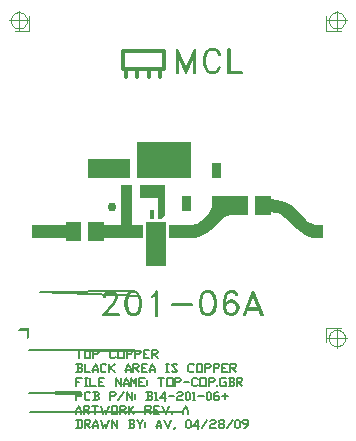
<source format=gbr>
G04 AutoGERB for AutoCAD 14/2000*
G04 RS274-X Output *
%FSLAX34Y34*%
%MOIN*%
%ADD12C,0.005000*%
%ADD13C,0.007000*%
%ADD14C,0.004500*%
%ADD15C,0.098000*%
%ADD16C,0.030000*%
%ADD17C,0.015000*%
%ADD18C,0.040000*%
%ADD19C,0.011904*%
G36*X-312Y0D02*X-396Y-90D01*X-90Y-90*X-90Y-396*X0Y-312*X0Y0*X-312Y0*G37*G54D14*X10248Y-75D02*X10206Y-78D01*X10166Y-87*X10126Y-104*X10090Y-126*X10058Y-153*X10031Y-185*X10008Y-221*X9992Y-260*X9982Y-302*X9978Y-343*G54D14*X9978Y-345D02*X9982Y-387D01*X9992Y-428*X10008Y-467*X10030Y-503*X10057Y-535*X10089Y-563*X10125Y-585*X10164Y-601*X10205Y-611*X10247Y-615*G54D14*X9900Y0D02*X10383Y0D01*G54D14*X10248Y-345D02*X9923Y-345D01*G54D14*X9900Y0D02*X9900Y-483D01*G54D14*X10248Y-615D02*X10291Y-611D01*X10331Y-601*X10371Y-585*X10407Y-563*X10439Y-536*X10466Y-504*X10489Y-468*X10505Y-429*X10515Y-388*X10518Y-346*G54D14*X10248Y-345D02*X10248Y-671D01*G54D14*X10518Y-345D02*X10515Y-302D01*X10505Y-261*X10490Y-222*X10467Y-186*X10440Y-154*X10408Y-127*X10372Y-104*X10333Y-88*X10292Y-78*X10250Y-75*G54D14*X10248Y-345D02*X10574Y-345D01*G54D14*X10248Y-345D02*X10248Y-19D01*G54D14*X-348Y10515D02*X-391Y10511D01*X-431Y10501*X-471Y10485*X-507Y10463*X-539Y10436*X-566Y10404*X-589Y10368*X-605Y10329*X-615Y10288*X-618Y10246*G54D14*X-618Y10245D02*X-615Y10202D01*X-605Y10161*X-590Y10122*X-567Y10086*X-540Y10054*X-508Y10027*X-472Y10004*X-433Y9988*X-392Y9978*X-350Y9975*G54D14*X-348Y10245D02*X-674Y10245D01*G54D14*X-348Y9975D02*X-306Y9978D01*X-266Y9987*X-226Y10004*X-190Y10026*X-158Y10053*X-131Y10085*X-108Y10121*X-92Y10160*X-82Y10202*X-78Y10243*G54D14*X-348Y10245D02*X-348Y9919D01*G54D14*X0Y9900D02*X0Y10383D01*G54D14*X0Y9900D02*X-483Y9900D01*G54D14*X-78Y10245D02*X-82Y10287D01*X-92Y10328*X-108Y10367*X-130Y10403*X-157Y10435*X-189Y10463*X-225Y10485*X-264Y10501*X-305Y10511*X-347Y10515*G54D14*X-348Y10245D02*X-23Y10245D01*G54D14*X-348Y10245D02*X-348Y10571D01*G54D14*X10518Y10245D02*X10515Y10287D01*X10505Y10328*X10490Y10367*X10467Y10403*X10440Y10435*X10408Y10463*X10372Y10485*X10333Y10501*X10292Y10511*X10250Y10515*G54D14*X10248Y9975D02*X10291Y9978D01*X10331Y9987*X10371Y10004*X10407Y10026*X10439Y10053*X10466Y10085*X10489Y10121*X10505Y10160*X10515Y10202*X10518Y10243*G54D14*X10248Y10245D02*X10574Y10245D01*G54D14*X9978Y10245D02*X9982Y
10202D01*X9992Y10161*X10008Y10122*X10030Y10086*X10057Y10054*X10089Y10027*X10125Y10004*X10164Y9988*X10205Y9978*X10247Y9975*G54D14*X10248Y10245D02*X10248Y9919D01*G54D14*X9900Y9900D02*X9900Y10383D01*G54D14*X9900Y9900D02*X10383Y9900D01*G54D14*X10248Y10515D02*X10206Y10511D01*X10166Y10501*X10126Y10485*X10090Y10463*X10058Y10436*X10031Y10404*X10008Y10368*X9992Y10329*X9982Y10288*X9978Y10246*G54D14*X10248Y10245D02*X9923Y10245D01*G54D14*X10248Y10245D02*X10248Y10571D01*G36*X8529Y3671D02*X8913Y3288D01*X9038Y3181*X9178Y3095*X9330Y3032*X9489Y2993*X9656Y2980*X9800Y2980*X9800Y3420*X9656Y3420*X9560Y3427*X9468Y3450*X9379Y3486*X9298Y3536*X9224Y3599*X8840Y3982*X8715Y4089*X8575Y4175*X8424Y4238*X8264Y4277*X8098Y4290*X8038Y4290*X8038Y4385*X7528Y4385*X7528Y3755*X8038Y3755*X8038Y3850*X8098Y3850*X8193Y3843*X8286Y3820*X8374Y3784*X8456Y3734*X8529Y3671*G37*G54D13*X1569Y-2874D02*X1569Y-2781D01*X1646Y-2594*X1723Y-2781*X1723Y-2874*G54D13*X1537Y-2797D02*X1723Y-2797D01*G54D13*X1816Y-2874D02*X1816Y-2594D01*X1956Y-2594*X2003Y-2641*X2003Y-2688*X1956Y-2735*X1816Y-2735*G54D13*X1863Y-2735D02*X2003Y-2874D01*G54D13*X2096Y-2594D02*X2283Y-2595D01*G54D13*X2190Y-2594D02*X2190Y-2874D01*G54D13*X2376Y-2594D02*X2470Y-2874D01*X2516Y-2735*X2563Y-2874*X2656Y-2594*G54D13*X2750Y-2874D02*X2750Y-2594D01*X2936Y-2594*X2936Y-2874*X2750Y-2874*G54D13*X3030Y-2874D02*X3030Y-2594D01*X3170Y-2594*X3216Y-2641*X3216Y-2688*X3170Y-2735*X3030Y-2735*G54D13*X3076Y-2735D02*X3216Y-2874D01*G54D13*X3310Y-2874D02*X3310Y-2594D01*G54D13*X3496Y-2594D02*X3356Y-2735D01*X3310Y-2735*G54D13*X3356Y-2735D02*X3496Y-2874D01*G54D13*X3870Y-2874D02*X3870Y-2594D01*X4010Y-2594*X4056Y-2641*X4056Y-2688*X4010Y-2735*X3870Y-2735*G54D13*X3916Y-2735D02*X4056Y-2874D01*G54D13*X4150Y-2874D02*X4150Y-2594D01*X4336Y-2594*G54D13*X4150Y-2734D02*X4243Y-2734D01*G54D13*X4150Y-2874D02*X4336Y-2874D01*G54D13*X4430Y-2594D02*X4546Y-2874D01*X4662Y-2594*G54D13*X4755Y-2874D02*X4755Y-2828D01*G54D13*X5128Y-2874D02*X5128Y-2781D01*X5206Y-2595*X5283Y-2781*X5283Y-2874*G54D13*X5096Y-2797D02*X5
283Y-2797D01*G54D13*X1569Y-3341D02*X1709Y-3341D01*X1755Y-3295*X1755Y-3108*X1709Y-3061*X1569Y-3061*G54D13*X1615Y-3061D02*X1615Y-3341D01*G54D13*X1849Y-3341D02*X1849Y-3061D01*X1989Y-3061*X2035Y-3108*X2035Y-3155*X1989Y-3202*X1849Y-3202*G54D13*X1895Y-3202D02*X2035Y-3341D01*G54D13*X2129Y-3341D02*X2129Y-3248D01*X2206Y-3061*X2283Y-3248*X2283Y-3341*G54D13*X2096Y-3264D02*X2283Y-3264D01*G54D13*X2376Y-3061D02*X2470Y-3341D01*X2516Y-3202*X2563Y-3341*X2656Y-3061*G54D13*X2750Y-3341D02*X2750Y-3061D01*X2936Y-3341*X2936Y-3061*G54D13*X3310Y-3341D02*X3450Y-3341D01*X3496Y-3295*X3496Y-3248*X3450Y-3201*X3356Y-3201*G54D13*X3450Y-3201D02*X3496Y-3155D01*X3496Y-3108*X3450Y-3061*X3310Y-3061*G54D13*X3356Y-3061D02*X3356Y-3341D01*G54D13*X3590Y-3061D02*X3683Y-3201D01*X3683Y-3341*G54D13*X3683Y-3201D02*X3776Y-3061D01*G54D13*X3870Y-3155D02*X3870Y-3202D01*G54D13*X3870Y-3248D02*X3870Y-3295D01*G54D13*X4243Y-3341D02*X4243Y-3248D01*X4320Y-3061*X4398Y-3248*X4398Y-3341*G54D13*X4211Y-3264D02*X4398Y-3264D01*G54D13*X4491Y-3061D02*X4607Y-3341D01*X4723Y-3061*G54D13*X4863Y-3295D02*X4863Y-3341D01*X4816Y-3387*G54D13*X5283Y-3341D02*X5236Y-3295D01*X5236Y-3108*X5283Y-3061*X5330Y-3061*X5376Y-3108*X5376Y-3295*X5330Y-3341*X5283Y-3341*G54D13*X5656Y-3264D02*X5470Y-3264D01*X5610Y-3078*X5610Y-3357*G54D13*X5750Y-3341D02*X5936Y-3061D01*G54D13*X6030Y-3108D02*X6076Y-3061D01*X6170Y-3061*X6216Y-3108*X6216Y-3155*X6170Y-3202*X6076Y-3202*X6030Y-3248*X6030Y-3341*X6216Y-3341*G54D13*X6356Y-3341D02*X6310Y-3295D01*X6310Y-3248*X6356Y-3201*X6450Y-3201*X6496Y-3155*X6496Y-3108*X6450Y-3061*X6356Y-3061*X6310Y-3108*X6310Y-3155*X6356Y-3201*G54D13*X6450Y-3201D02*X6496Y-3248D01*X6496Y-3295*X6450Y-3341*X6356Y-3341*G54D13*X6590Y-3341D02*X6776Y-3061D01*G54D13*X6916Y-3341D02*X6870Y-3295D01*X6870Y-3108*X6916Y-3061*X6963Y-3061*X7010Y-3108*X7010Y-3295*X6963Y-3341*X6916Y-3341*G54D13*X7150Y-3341D02*X7196Y-3341D01*X7290Y-3248*X7290Y-3108*X7243Y-3061*X7150Y-3061*X7103Y-3108*X7103Y-3155*X7150Y-3201*X7290Y-3201*G54D13*X1569Y-2408D02*X1569Y-2128D01*X1709Y-2129*X1
755Y-2175*X1755Y-2222*X1709Y-2269*X1569Y-2269*G54D13*X2035Y-2362D02*X1989Y-2408D01*X1895Y-2408*X1849Y-2362*X1849Y-2175*X1895Y-2128*X1989Y-2128*X2035Y-2175*G54D13*X2129Y-2408D02*X2269Y-2408D01*X2315Y-2362*X2315Y-2315*X2269Y-2268*X2175Y-2268*G54D13*X2269Y-2268D02*X2315Y-2222D01*X2315Y-2175*X2269Y-2128*X2129Y-2128*G54D13*X2175Y-2128D02*X2175Y-2408D01*G54D13*X2689Y-2408D02*X2689Y-2128D01*X2829Y-2128*X2875Y-2175*X2875Y-2222*X2829Y-2269*X2689Y-2269*G54D13*X2969Y-2408D02*X3155Y-2128D01*G54D13*X3249Y-2408D02*X3249Y-2128D01*X3435Y-2408*X3435Y-2128*G54D13*X3529Y-2222D02*X3529Y-2269D01*G54D13*X3529Y-2315D02*X3529Y-2362D01*G54D13*X3902Y-2408D02*X4042Y-2408D01*X4089Y-2362*X4089Y-2315*X4042Y-2268*X3949Y-2268*G54D13*X4042Y-2268D02*X4089Y-2222D01*X4089Y-2175*X4042Y-2128*X3902Y-2128*G54D13*X3948Y-2128D02*X3949Y-2408D01*G54D13*X4182Y-2175D02*X4229Y-2128D01*X4229Y-2408*G54D13*X4182Y-2408D02*X4275Y-2408D01*G54D13*X4555Y-2331D02*X4369Y-2331D01*X4509Y-2145*X4509Y-2424*G54D13*X4649Y-2268D02*X4835Y-2268D01*G54D13*X4929Y-2175D02*X4975Y-2128D01*X5069Y-2128*X5115Y-2175*X5115Y-2222*X5069Y-2269*X4975Y-2269*X4929Y-2315*X4929Y-2408*X5115Y-2408*G54D13*X5255Y-2408D02*X5209Y-2362D01*X5209Y-2175*X5255Y-2128*X5302Y-2128*X5349Y-2175*X5349Y-2362*X5302Y-2408*X5255Y-2408*G54D13*X5442Y-2175D02*X5489Y-2128D01*X5489Y-2408*G54D13*X5442Y-2408D02*X5535Y-2408D01*G54D13*X5629Y-2268D02*X5815Y-2268D01*G54D13*X5955Y-2408D02*X5909Y-2362D01*X5909Y-2175*X5955Y-2128*X6002Y-2128*X6049Y-2175*X6049Y-2362*X6002Y-2408*X5955Y-2408*G54D13*X6142Y-2268D02*X6282Y-2268D01*X6329Y-2315*X6328Y-2362*X6282Y-2408*X6189Y-2408*X6142Y-2362*X6142Y-2222*X6235Y-2128*X6282Y-2128*G54D13*X6515Y-2370D02*X6515Y-2183D01*G54D13*X6609Y-2277D02*X6422Y-2277D01*G54D13*X1569Y-1941D02*X1569Y-1661D01*X1755Y-1661*G54D13*X1569Y-1801D02*X1662Y-1801D01*G54D13*X1849Y-1661D02*X1942Y-1662D01*G54D13*X1895Y-1661D02*X1895Y-1941D01*G54D13*X1849Y-1941D02*X1942Y-1941D01*G54D13*X2035Y-1661D02*X2035Y-1941D01*X2222Y-1941*G54D13*X2315Y-1941D02*X2315Y-1661D01*X2502Y-1661*G5
4D13*X2315Y-1801D02*X2409Y-1801D01*G54D13*X2315Y-1941D02*X2502Y-1941D01*G54D13*X2875Y-1941D02*X2875Y-1661D01*X3062Y-1941*X3062Y-1661*G54D13*X3155Y-1941D02*X3155Y-1848D01*X3232Y-1661*X3310Y-1848*X3310Y-1941*G54D13*X3123Y-1864D02*X3310Y-1864D01*G54D13*X3403Y-1941D02*X3403Y-1661D01*X3480Y-1848*X3558Y-1661*X3558Y-1941*G54D13*X3651Y-1941D02*X3651Y-1661D01*X3838Y-1661*G54D13*X3651Y-1802D02*X3744Y-1801D01*G54D13*X3651Y-1941D02*X3838Y-1941D01*G54D13*X3931Y-1755D02*X3931Y-1801D01*G54D13*X3931Y-1848D02*X3931Y-1895D01*G54D13*X4304Y-1661D02*X4491Y-1661D01*G54D13*X4398Y-1661D02*X4398Y-1941D01*G54D13*X4584Y-1941D02*X4584Y-1661D01*X4771Y-1661*X4771Y-1941*X4584Y-1941*G54D13*X4864Y-1941D02*X4864Y-1661D01*X5004Y-1661*X5051Y-1708*X5051Y-1755*X5004Y-1802*X4864Y-1802*G54D13*X5144Y-1801D02*X5331Y-1801D01*G54D13*X5611Y-1895D02*X5564Y-1941D01*X5471Y-1941*X5424Y-1895*X5424Y-1708*X5471Y-1661*X5564Y-1661*X5611Y-1708*G54D13*X5704Y-1941D02*X5704Y-1662D01*X5891Y-1661*X5891Y-1941*X5704Y-1941*G54D13*X5984Y-1941D02*X5984Y-1661D01*X6124Y-1661*X6171Y-1708*X6171Y-1755*X6124Y-1802*X5984Y-1802*G54D13*X6264Y-1941D02*X6264Y-1895D01*G54D13*X6498Y-1801D02*X6544Y-1801D01*X6544Y-1941*X6404Y-1941*X6358Y-1895*X6358Y-1708*X6404Y-1661*X6544Y-1661*G54D13*X6638Y-1941D02*X6778Y-1941D01*X6824Y-1895*X6824Y-1848*X6778Y-1801*X6684Y-1801*G54D13*X6778Y-1801D02*X6824Y-1755D01*X6824Y-1708*X6778Y-1661*X6638Y-1661*G54D13*X6684Y-1661D02*X6684Y-1941D01*G54D13*X6918Y-1941D02*X6918Y-1661D01*X7058Y-1661*X7104Y-1708*X7104Y-1755*X7058Y-1802*X6918Y-1802*G54D13*X6964Y-1802D02*X7104Y-1941D01*G54D13*X1569Y-1474D02*X1709Y-1474D01*X1755Y-1428*X1755Y-1381*X1709Y-1334*X1615Y-1334*G54D13*X1709Y-1334D02*X1755Y-1288D01*X1755Y-1241*X1709Y-1194*X1569Y-1194*G54D13*X1615Y-1194D02*X1615Y-1474D01*G54D13*X1849Y-1194D02*X1849Y-1474D01*X2035Y-1474*G54D13*X2129Y-1474D02*X2129Y-1381D01*X2206Y-1194*X2283Y-1381*X2283Y-1474*G54D13*X2096Y-1397D02*X2283Y-1397D01*G54D13*X2563Y-1428D02*X2516Y-1474D01*X2423Y-1474*X2376Y-1428*X2376Y-1241*X2423Y-1194*X2516Y-1194*X
2563Y-1241*G54D13*X2656Y-1474D02*X2656Y-1194D01*G54D13*X2843Y-1195D02*X2703Y-1335D01*X2656Y-1335*G54D13*X2703Y-1335D02*X2843Y-1474D01*G54D13*X3216Y-1474D02*X3216Y-1381D01*X3294Y-1194*X3371Y-1381*X3371Y-1474*G54D13*X3184Y-1397D02*X3371Y-1397D01*G54D13*X3464Y-1474D02*X3464Y-1194D01*X3604Y-1194*X3651Y-1241*X3651Y-1288*X3604Y-1335*X3464Y-1335*G54D13*X3511Y-1335D02*X3651Y-1474D01*G54D13*X3744Y-1474D02*X3744Y-1194D01*X3931Y-1194*G54D13*X3744Y-1334D02*X3838Y-1334D01*G54D13*X3744Y-1474D02*X3931Y-1474D01*G54D13*X4024Y-1474D02*X4024Y-1381D01*X4102Y-1194*X4179Y-1381*X4179Y-1474*G54D13*X3992Y-1397D02*X4179Y-1397D01*G54D13*X4552Y-1194D02*X4646Y-1194D01*G54D13*X4599Y-1194D02*X4599Y-1474D01*G54D13*X4552Y-1474D02*X4646Y-1474D01*G54D13*X4739Y-1428D02*X4786Y-1474D01*X4879Y-1474*X4926Y-1428*X4739Y-1241*X4786Y-1194*X4879Y-1194*X4926Y-1241*G54D13*X5486Y-1428D02*X5439Y-1474D01*X5346Y-1474*X5299Y-1428*X5299Y-1241*X5346Y-1194*X5439Y-1194*X5486Y-1241*G54D13*X5579Y-1474D02*X5579Y-1194D01*X5766Y-1194*X5766Y-1474*X5579Y-1474*G54D13*X5859Y-1474D02*X5859Y-1195D01*X5999Y-1194*X6046Y-1241*X6046Y-1288*X5999Y-1335*X5859Y-1335*G54D13*X6139Y-1474D02*X6139Y-1194D01*X6279Y-1194*X6326Y-1241*X6326Y-1288*X6279Y-1335*X6139Y-1335*G54D13*X6419Y-1474D02*X6419Y-1194D01*X6606Y-1195*G54D13*X6419Y-1334D02*X6512Y-1334D01*G54D13*X6419Y-1474D02*X6606Y-1474D01*G54D13*X6699Y-1474D02*X6699Y-1194D01*X6839Y-1194*X6886Y-1241*X6886Y-1288*X6839Y-1335*X6699Y-1335*G54D13*X6746Y-1335D02*X6886Y-1474D01*G54D13*X1569Y-728D02*X1755Y-728D01*G54D13*X1662Y-728D02*X1662Y-1008D01*G54D13*X1849Y-1008D02*X1849Y-728D01*X2035Y-728*X2035Y-1008*X1849Y-1008*G54D13*X2129Y-1008D02*X2129Y-729D01*X2269Y-728*X2315Y-775*X2315Y-822*X2269Y-869*X2129Y-869*G54D13*X2875Y-962D02*X2829Y-1008D01*X2735Y-1008*X2689Y-962*X2689Y-775*X2735Y-728*X2829Y-728*X2875Y-775*G54D13*X2969Y-1008D02*X2969Y-728D01*X3155Y-728*X3155Y-1008*X2969Y-1008*G54D13*X3249Y-1008D02*X3249Y-728D01*X3389Y-728*X3435Y-775*X3435Y-822*X3389Y-869*X3249Y-869*G54D13*X3529Y-1008D02*X3529Y-728D01*X3
669Y-728*X3715Y-775*X3715Y-822*X3669Y-869*X3529Y-869*G54D13*X3809Y-1008D02*X3809Y-728D01*X3995Y-728*G54D13*X3809Y-868D02*X3902Y-868D01*G54D13*X3809Y-1008D02*X3995Y-1008D01*G54D13*X4089Y-1008D02*X4089Y-729D01*X4229Y-728*X4275Y-775*X4275Y-822*X4229Y-869*X4089Y-869*G54D13*X4135Y-869D02*X4275Y-1008D01*G36*X1963Y2885D02*X2473Y2885D01*X2473Y2980*X3785Y2980*X3785Y3420*X3420Y3420*X3420Y4760*X3066Y4760*X3066Y3420*X2473Y3420*X2473Y3515*X1963Y3515*X1963Y2885*G37*G36*X3579Y5000D02*X3579Y6200D01*X5378Y6200*X5378Y5000*X3579Y5000*G37*G36*X1213Y2885D02*X1723Y2885D01*X1723Y3515*X1213Y3515*X1213Y3420*X100Y3420*X100Y2980*X1213Y2980*X1213Y2885*G37*G54D16*X2753Y4032D03*G36*X1954Y5000D02*X3339Y5000D01*X3339Y5630*X1954Y5630*X1954Y5000*G37*G36*X4550Y2049D02*X3880Y2049D01*X3880Y3535*X4550Y3535*X4550Y2049*G37*G36*X5730Y3566D02*X5670Y3516D01*X5603Y3475*X5531Y3445*X5455Y3426*X5376Y3420*X4645Y3420*X4645Y2980*X5376Y2980*X5523Y2992*X5666Y3026*X5802Y3082*X5927Y3158*X6041Y3255*X6362Y3576*X6434Y3638*X6516Y3688*X6604Y3725*X6696Y3747*X6793Y3755*X7288Y3755*X7288Y4385*X6728Y4385*X6713Y4400*X6078Y4400*X6078Y4122*X6072Y4044*X6054Y3968*X6024Y3896*X5983Y3829*X5932Y3768*X5730Y3566*G37*G36*X6078Y5500D02*X6078Y5000D01*X6378Y5000*X6378Y5500*X6078Y5500*G37*G36*X4285Y4327D02*X3696Y4327D01*X3696Y4760*X4525Y4760*X4525Y3759*X4405Y3630*X4285Y3630*X4285Y4327*G37*G36*X4025Y3630D02*X4145Y3630D01*X4145Y3940*X4025Y3940*X4025Y3630*G37*G36*X5078Y3900D02*X5378Y3900D01*X5378Y4400*X5078Y4400*X5078Y3900*G37*G54D13*X2490Y1029D02*X2490Y1067D01*X2521Y1143*X2560Y1181*X2636Y1213*X2788Y1213*X2864Y1181*X2902Y1143*X2934Y1067*X2934Y991*X2902Y915*X2826Y800*X2483Y420*G54D13*X2483Y1029D02*X2521Y1029D01*X2521Y1067*X2553Y1143*X2629Y1175*X2782Y1175*X2858Y1143*X2889Y1067*X2889Y991*X2858Y915*X2782Y800*X2439Y420*G54D13*X2477Y458D02*X2972Y458D01*X2972Y420*G54D13*X2439Y420D02*X2972Y420D01*G54D13*X3429Y1220D02*X3315Y1181D01*X3239Y1067*X3201Y877*X3201Y762*X3239Y572*X3315Y458*X3429Y420*X3505Y420*X3620Y458*X3696Y572*X3734Y762*X3734Y877*X3696Y1067*X362
0Y1181*X3505Y1220*X3429Y1220*G54D13*X3353Y1188D02*X3277Y1074D01*X3239Y883*X3239Y769*X3277Y578*X3353Y464*G54D13*X3315Y502D02*X3429Y464D01*X3505Y464*X3620Y502*G54D13*X3582Y464D02*X3658Y578D01*X3696Y769*X3696Y883*X3658Y1074*X3582Y1188*G54D13*X3620Y1150D02*X3505Y1188D01*X3429Y1188*X3315Y1150*G54D13*X4077Y1067D02*X4153Y1099D01*X4267Y1213*X4267Y414*G54D13*X4077Y1061D02*X4077Y1022D01*X4153Y1054*X4229Y1130*X4229Y407*X4267Y407*G54D13*X4763Y800D02*X5410Y800D01*X5410Y762*G54D13*X4763Y800D02*X4763Y762D01*X5410Y762*G54D13*X5905Y1220D02*X5791Y1181D01*X5715Y1067*X5677Y877*X5677Y762*X5715Y572*X5791Y458*X5905Y420*X5982Y420*X6096Y458*X6172Y572*X6210Y762*X6210Y877*X6172Y1067*X6096Y1181*X5982Y1219*X5905Y1220*G54D13*X5829Y1188D02*X5753Y1074D01*X5715Y883*X5715Y769*X5753Y578*X5829Y464*G54D13*X5791Y502D02*X5905Y464D01*X5982Y464*X6096Y502*G54D13*X6058Y464D02*X6134Y578D01*X6172Y769*X6172Y883*X6134Y1074*X6058Y1188*G54D13*X6096Y1150D02*X5982Y1188D01*X5905Y1188*X5791Y1150*G54D13*X6858Y1181D02*X6889Y1105D01*X6927Y1105*X6896Y1181*X6782Y1220*X6705Y1220*X6591Y1181*X6515Y1067*X6477Y877*X6477Y686*X6515Y534*X6591Y458*X6705Y420*X6743Y420*X6858Y458*X6934Y534*X6972Y648*X6972Y686*X6934Y800*X6858Y877*X6743Y915*X6705Y915*X6591Y877*X6515Y800*G54D13*X6896Y1143D02*X6782Y1181D01*X6705Y1181*X6591Y1143*G54D13*X6629Y1181D02*X6553Y1067D01*X6515Y877*X6515Y686*X6553Y534*X6667Y458*G54D13*X6515Y610D02*X6591Y496D01*X6705Y458*X6743Y458*X6858Y496*X6934Y610*G54D13*X6782Y458D02*X6896Y534D01*X6934Y648*X6934Y686*X6896Y800*X6782Y877*G54D13*X6934Y724D02*X6858Y839D01*X6743Y877*X6705Y877*X6591Y839*X6515Y724*G54D13*X6667Y877D02*X6553Y800D01*X6515Y686*G54D13*X7467Y1220D02*X7163Y420D01*G54D13*X7467Y1105D02*X7201Y420D01*X7163Y420*G54D13*X7467Y1105D02*X7734Y420D01*X7772Y420*G54D13*X7467Y1220D02*X7772Y420D01*G54D13*X7277Y648D02*X7658Y648D01*G54D13*X7239Y610D02*X7696Y610D01*G54D19*X3790Y8615D02*X3108Y8615D01*X3108Y9235*X3790Y9235*G54D19*X3604Y8367D02*X3604Y8615D01*G54D19*X3232Y8367D02*X3232Y8615D01*G54D13*X4921Y9297D02*X4921Y8497D01*G54
D13*X4959Y9106D02*X4959Y8497D01*X4921Y8497*G54D13*X4959Y9106D02*X5226Y8497D01*G54D13*X4921Y9297D02*X5226Y8611D01*G54D13*X5530Y9297D02*X5226Y8611D01*G54D13*X5492Y9106D02*X5226Y8497D01*G54D13*X5492Y9106D02*X5492Y8497D01*X5530Y8497*G54D13*X5530Y9297D02*X5530Y8497D01*G54D13*X6369Y9106D02*X6337Y9182D01*X6261Y9258*X6185Y9290*X6032Y9290*X5956Y9258*X5880Y9182*X5848Y9106*X5810Y8992*X5810Y8801*X5848Y8687*X5880Y8611*X5956Y8535*X6032Y8503*X6185Y8503*X6261Y8535*X6337Y8611*X6369Y8687*G54D13*X6369Y9106D02*X6330Y9106D01*X6299Y9182*X6261Y9220*X6185Y9252*X6032Y9252*X5956Y9220*X5880Y9106*X5842Y8992*X5842Y8801*X5880Y8687*X5956Y8573*X6032Y8541*X6185Y8541*X6261Y8573*X6299Y8611*X6330Y8687*X6369Y8687*G54D13*X6635Y9297D02*X6635Y8497D01*G54D13*X6635Y9297D02*X6673Y9297D01*X6673Y8535*X7092Y8535*X7092Y8497*G54D13*X6635Y8497D02*X7092Y8497D01*G54D19*X3790Y8615D02*X4472Y8615D01*X4472Y9235*X3790Y9235*G54D19*X4348Y8367D02*X4348Y8615D01*G54D19*X3976Y8367D02*X3976Y8615D01*M02*

	THIS DOCUMENT AND ITS CONTENTS ARE OWNED BY, AND ARE
THE CONFIDENTIAL AND PROPRIETARY INFORMATION OF, MINI-CIRCUITS
("CONFIDENTIAL INFORMATION") AND MINI-CIRCUITS RESERVES ALL
DESIGN, USE, MANUFACTURING AND REPRODUCTION RIGHTS THERETO.
UNLESS OTHERWISE EXPRESSLY AGREED TO IN WRITING BY MINI-
CIRCUITS, THE CONFIDENTIAL INFROMATION WILL: (i) BE USED BY MINI-
CIRCUITS' VENDORS, VENDEES, OR THE UNITED STATES GOVERNMENT
("RECEIVING PARTY") SOLELY TO PROMOTE THE COMMERCIAL
RELATIONSHIP BETWEEN RECEIVING PARTY AND MINI-CIRCUITS
("PURPOSE") AND THEN ONLY TO THE EXTENT SPECIFIED BY MINI-
CIRCUITS; (ii) NOT BE USED FOR ANY OTHER PURPOSE AND NOT BE USED
IN ANY WAY DETRIMENTAL TO MINI-CIRCUITS OR TO COMPETE AGAINST
MINI-CIRCUITS; AND (iii) BE KEPT CONFIDENTIAL BY THE RECEIVING PARTY
AND RECEIVING PARTY AGREES NOT TO DISCLOSE THE CONFIDENTIAL
INFORMATION TO ANY THIRD PARTY.

</source>
